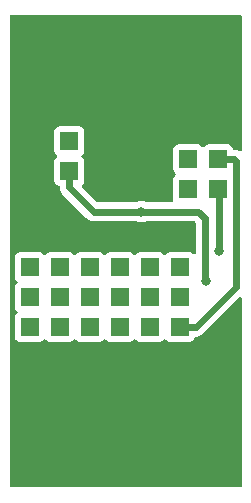
<source format=gbr>
%TF.GenerationSoftware,KiCad,Pcbnew,7.0.7-7.0.7~ubuntu23.04.1*%
%TF.CreationDate,2023-09-17T09:29:20+00:00*%
%TF.ProjectId,I2CHUB01,49324348-5542-4303-912e-6b696361645f,rev?*%
%TF.SameCoordinates,Original*%
%TF.FileFunction,Copper,L1,Top*%
%TF.FilePolarity,Positive*%
%FSLAX46Y46*%
G04 Gerber Fmt 4.6, Leading zero omitted, Abs format (unit mm)*
G04 Created by KiCad (PCBNEW 7.0.7-7.0.7~ubuntu23.04.1) date 2023-09-17 09:29:20*
%MOMM*%
%LPD*%
G01*
G04 APERTURE LIST*
%TA.AperFunction,ComponentPad*%
%ADD10R,1.524000X1.524000*%
%TD*%
%TA.AperFunction,ComponentPad*%
%ADD11C,6.000000*%
%TD*%
%TA.AperFunction,ViaPad*%
%ADD12C,0.800000*%
%TD*%
%TA.AperFunction,Conductor*%
%ADD13C,0.600000*%
%TD*%
G04 APERTURE END LIST*
D10*
%TO.P,J1,1*%
%TO.N,GND*%
X2857500Y27114500D03*
%TO.P,J1,2*%
X2857500Y29654500D03*
%TO.P,J1,3*%
%TO.N,VCC*%
X5397500Y27114500D03*
%TO.P,J1,4*%
X5397500Y29654500D03*
%TO.P,J1,5*%
%TO.N,GND*%
X7937500Y27114500D03*
%TO.P,J1,6*%
X7937500Y29654500D03*
%TD*%
%TO.P,J2,1*%
%TO.N,GND*%
X12192000Y21526500D03*
%TO.P,J2,2*%
X14732000Y21526500D03*
%TO.P,J2,3*%
%TO.N,/SCL*%
X12192000Y18986500D03*
%TO.P,J2,4*%
X14732000Y18986500D03*
%TO.P,J2,5*%
%TO.N,VCC*%
X12192000Y16446500D03*
%TO.P,J2,6*%
X14732000Y16446500D03*
%TO.P,J2,7*%
%TO.N,/SDA*%
X12192000Y13906500D03*
%TO.P,J2,8*%
X14732000Y13906500D03*
%TO.P,J2,9*%
%TO.N,GND*%
X12192000Y11366500D03*
%TO.P,J2,10*%
X14732000Y11366500D03*
%TD*%
%TO.P,J3,1*%
%TO.N,GND*%
X7112000Y21526500D03*
%TO.P,J3,2*%
X9652000Y21526500D03*
%TO.P,J3,3*%
%TO.N,/SCL*%
X7112000Y18986500D03*
%TO.P,J3,4*%
X9652000Y18986500D03*
%TO.P,J3,5*%
%TO.N,VCC*%
X7112000Y16446500D03*
%TO.P,J3,6*%
X9652000Y16446500D03*
%TO.P,J3,7*%
%TO.N,/SDA*%
X7112000Y13906500D03*
%TO.P,J3,8*%
X9652000Y13906500D03*
%TO.P,J3,9*%
%TO.N,GND*%
X7112000Y11366500D03*
%TO.P,J3,10*%
X9652000Y11366500D03*
%TD*%
%TO.P,J4,1*%
%TO.N,GND*%
X2032000Y21526500D03*
%TO.P,J4,2*%
X4572000Y21526500D03*
%TO.P,J4,3*%
%TO.N,/SCL*%
X2032000Y18986500D03*
%TO.P,J4,4*%
X4572000Y18986500D03*
%TO.P,J4,5*%
%TO.N,VCC*%
X2032000Y16446500D03*
%TO.P,J4,6*%
X4572000Y16446500D03*
%TO.P,J4,7*%
%TO.N,/SDA*%
X2032000Y13906500D03*
%TO.P,J4,8*%
X4572000Y13906500D03*
%TO.P,J4,9*%
%TO.N,GND*%
X2032000Y11366500D03*
%TO.P,J4,10*%
X4572000Y11366500D03*
%TD*%
%TO.P,J5,1*%
%TO.N,Net-(J5-Pad1)*%
X15430500Y28130500D03*
%TO.P,J5,2*%
%TO.N,/SDA*%
X17970500Y28130500D03*
%TD*%
%TO.P,J6,1*%
%TO.N,Net-(J6-Pad1)*%
X15430500Y25590500D03*
%TO.P,J6,2*%
%TO.N,/SCL*%
X17970500Y25590500D03*
%TD*%
D11*
%TO.P,M1,1*%
%TO.N,GND*%
X5080000Y35560000D03*
%TD*%
%TO.P,M2,1*%
%TO.N,GND*%
X15240000Y35560000D03*
%TD*%
%TO.P,M3,1*%
%TO.N,GND*%
X15240000Y5080000D03*
%TD*%
%TO.P,M4,1*%
%TO.N,GND*%
X5080000Y5080000D03*
%TD*%
D12*
%TO.N,VCC*%
X16954500Y17780000D03*
X11493500Y23685500D03*
X11493500Y23685500D03*
%TO.N,/SCL*%
X18034000Y20383500D03*
%TD*%
D13*
%TO.N,VCC*%
X14997002Y23685500D02*
X16319500Y23685500D01*
X16891000Y17843500D02*
X16954500Y17780000D01*
X11493500Y23685500D02*
X14997002Y23685500D01*
X16891000Y23114000D02*
X16891000Y17843500D01*
X16319500Y23685500D02*
X16891000Y23114000D01*
X5397500Y25752500D02*
X5397500Y27114500D01*
X7464500Y23685500D02*
X5397500Y25752500D01*
X11493500Y23685500D02*
X7464500Y23685500D01*
%TO.N,/SCL*%
X17907000Y25527000D02*
X17970500Y25590500D01*
X18034000Y25527000D02*
X17970500Y25590500D01*
X18034000Y20383500D02*
X18034000Y25527000D01*
%TO.N,/SDA*%
X19494500Y17307000D02*
X16094000Y13906500D01*
X19494500Y27968500D02*
X19494500Y17307000D01*
X19332500Y28130500D02*
X19494500Y27968500D01*
X16094000Y13906500D02*
X14732000Y13906500D01*
X17970500Y28130500D02*
X19332500Y28130500D01*
%TD*%
%TA.AperFunction,Conductor*%
%TO.N,GND*%
G36*
X19932621Y40290498D02*
G01*
X19979114Y40236842D01*
X19990500Y40184500D01*
X19990500Y28901514D01*
X19970498Y28833393D01*
X19916842Y28786900D01*
X19846568Y28776796D01*
X19785938Y28803005D01*
X19765370Y28819409D01*
X19727380Y28837702D01*
X19721203Y28841118D01*
X19715849Y28844481D01*
X19685515Y28863543D01*
X19645717Y28877467D01*
X19639204Y28880165D01*
X19601220Y28898459D01*
X19560123Y28907838D01*
X19553343Y28909791D01*
X19513547Y28923717D01*
X19471645Y28928437D01*
X19464709Y28929615D01*
X19423597Y28939000D01*
X19423593Y28939000D01*
X19345359Y28939000D01*
X19277238Y28959002D01*
X19230745Y29012658D01*
X19227304Y29020966D01*
X19211775Y29062598D01*
X19183389Y29138704D01*
X19095761Y29255761D01*
X18978704Y29343389D01*
X18841701Y29394489D01*
X18841699Y29394489D01*
X18841696Y29394490D01*
X18781149Y29400999D01*
X18781145Y29400999D01*
X18781138Y29401000D01*
X17159862Y29401000D01*
X17159855Y29400999D01*
X17159850Y29400999D01*
X17099303Y29394490D01*
X17099295Y29394488D01*
X17021375Y29365424D01*
X16962296Y29343389D01*
X16962294Y29343388D01*
X16962292Y29343387D01*
X16845238Y29255761D01*
X16801368Y29197157D01*
X16744532Y29154610D01*
X16673716Y29149546D01*
X16611404Y29183571D01*
X16599632Y29197157D01*
X16555761Y29255761D01*
X16438707Y29343387D01*
X16438706Y29343387D01*
X16438704Y29343389D01*
X16301701Y29394489D01*
X16301699Y29394489D01*
X16301696Y29394490D01*
X16241149Y29400999D01*
X16241145Y29400999D01*
X16241138Y29401000D01*
X14619862Y29401000D01*
X14619855Y29400999D01*
X14619850Y29400999D01*
X14559303Y29394490D01*
X14559295Y29394488D01*
X14481375Y29365424D01*
X14422296Y29343389D01*
X14422294Y29343388D01*
X14422292Y29343387D01*
X14305238Y29255761D01*
X14217612Y29138707D01*
X14217610Y29138702D01*
X14166511Y29001704D01*
X14166509Y29001696D01*
X14160000Y28941149D01*
X14160000Y27319850D01*
X14166509Y27259303D01*
X14166511Y27259295D01*
X14217610Y27122297D01*
X14217612Y27122292D01*
X14305239Y27005238D01*
X14363843Y26961367D01*
X14406389Y26904531D01*
X14411453Y26833716D01*
X14377428Y26771404D01*
X14363843Y26759633D01*
X14305239Y26715761D01*
X14217612Y26598707D01*
X14217610Y26598702D01*
X14166511Y26461704D01*
X14166509Y26461696D01*
X14160000Y26401149D01*
X14160000Y24779850D01*
X14166509Y24719303D01*
X14166511Y24719295D01*
X14187124Y24664033D01*
X14192190Y24593217D01*
X14158165Y24530905D01*
X14095853Y24496880D01*
X14069069Y24494000D01*
X11937994Y24494000D01*
X11886745Y24504893D01*
X11879303Y24508206D01*
X11775788Y24554294D01*
X11588987Y24594000D01*
X11398013Y24594000D01*
X11211212Y24554294D01*
X11120714Y24514002D01*
X11100255Y24504893D01*
X11049006Y24494000D01*
X7851581Y24494000D01*
X7783460Y24514002D01*
X7762486Y24530905D01*
X7513529Y24779862D01*
X6500560Y25792830D01*
X6466537Y25855140D01*
X6471601Y25925955D01*
X6514148Y25982791D01*
X6522761Y25989238D01*
X6610387Y26106292D01*
X6610389Y26106297D01*
X6661488Y26243295D01*
X6661490Y26243303D01*
X6667999Y26303850D01*
X6668000Y26303867D01*
X6668000Y27925132D01*
X6667999Y27925149D01*
X6661490Y27985696D01*
X6661488Y27985704D01*
X6617310Y28104147D01*
X6610389Y28122704D01*
X6558011Y28192672D01*
X6522761Y28239761D01*
X6464157Y28283632D01*
X6421610Y28340468D01*
X6416546Y28411284D01*
X6450571Y28473596D01*
X6464157Y28485368D01*
X6522761Y28529238D01*
X6610387Y28646292D01*
X6610389Y28646297D01*
X6661488Y28783295D01*
X6661490Y28783303D01*
X6667999Y28843850D01*
X6668000Y28843867D01*
X6668000Y30465132D01*
X6667999Y30465149D01*
X6661490Y30525696D01*
X6661488Y30525704D01*
X6654460Y30544545D01*
X6610389Y30662704D01*
X6522761Y30779761D01*
X6405704Y30867389D01*
X6268701Y30918489D01*
X6268699Y30918489D01*
X6268696Y30918490D01*
X6208149Y30924999D01*
X6208145Y30924999D01*
X6208138Y30925000D01*
X4586862Y30925000D01*
X4586855Y30924999D01*
X4586850Y30924999D01*
X4526303Y30918490D01*
X4526295Y30918488D01*
X4448375Y30889424D01*
X4389296Y30867389D01*
X4389294Y30867388D01*
X4389292Y30867387D01*
X4272238Y30779761D01*
X4184612Y30662707D01*
X4184610Y30662702D01*
X4133511Y30525704D01*
X4133509Y30525696D01*
X4127000Y30465149D01*
X4127000Y28843850D01*
X4133509Y28783303D01*
X4133511Y28783295D01*
X4184610Y28646297D01*
X4184612Y28646292D01*
X4272239Y28529238D01*
X4330843Y28485367D01*
X4373389Y28428531D01*
X4378453Y28357716D01*
X4344428Y28295404D01*
X4330843Y28283633D01*
X4272239Y28239761D01*
X4184612Y28122707D01*
X4184610Y28122702D01*
X4133511Y27985704D01*
X4133509Y27985696D01*
X4127000Y27925149D01*
X4127000Y26303850D01*
X4133509Y26243303D01*
X4133511Y26243295D01*
X4184610Y26106297D01*
X4184612Y26106292D01*
X4272238Y25989238D01*
X4389292Y25901612D01*
X4389295Y25901611D01*
X4507034Y25857696D01*
X4563869Y25815149D01*
X4588679Y25748629D01*
X4589000Y25739641D01*
X4589000Y25661401D01*
X4598378Y25620311D01*
X4599563Y25613342D01*
X4604282Y25571453D01*
X4618204Y25531665D01*
X4620160Y25524875D01*
X4629539Y25483783D01*
X4629540Y25483782D01*
X4647831Y25445798D01*
X4650535Y25439269D01*
X4664457Y25399483D01*
X4686883Y25363792D01*
X4690302Y25357605D01*
X4708590Y25319629D01*
X4734876Y25286669D01*
X4738966Y25280904D01*
X4761389Y25245219D01*
X4793697Y25212911D01*
X6828387Y23178221D01*
X6828389Y23178219D01*
X6892805Y23113802D01*
X6957221Y23049386D01*
X6992914Y23026958D01*
X6998677Y23022869D01*
X7031630Y22996591D01*
X7069608Y22978301D01*
X7075795Y22974882D01*
X7111483Y22952457D01*
X7151271Y22938534D01*
X7157800Y22935830D01*
X7171557Y22929205D01*
X7195779Y22917541D01*
X7195782Y22917540D01*
X7195783Y22917540D01*
X7236876Y22908160D01*
X7243666Y22906203D01*
X7283443Y22892285D01*
X7283453Y22892282D01*
X7325344Y22887561D01*
X7332310Y22886378D01*
X7373403Y22877000D01*
X7419094Y22877000D01*
X11049006Y22877000D01*
X11100255Y22866107D01*
X11211211Y22816706D01*
X11398013Y22777000D01*
X11588987Y22777000D01*
X11775788Y22816706D01*
X11886745Y22866107D01*
X11937994Y22877000D01*
X14951596Y22877000D01*
X15932417Y22877000D01*
X16000538Y22856998D01*
X16021516Y22840092D01*
X16045598Y22816008D01*
X16079621Y22753694D01*
X16082499Y22726916D01*
X16082499Y20189447D01*
X16062497Y20121326D01*
X16008841Y20074833D01*
X15938567Y20064729D01*
X15873987Y20094223D01*
X15863018Y20106004D01*
X15857263Y20111759D01*
X15857262Y20111760D01*
X15857261Y20111761D01*
X15740204Y20199389D01*
X15603201Y20250489D01*
X15603199Y20250489D01*
X15603196Y20250490D01*
X15542649Y20256999D01*
X15542645Y20256999D01*
X15542638Y20257000D01*
X13921362Y20257000D01*
X13921355Y20256999D01*
X13921350Y20256999D01*
X13860803Y20250490D01*
X13860795Y20250488D01*
X13782875Y20221424D01*
X13723796Y20199389D01*
X13723794Y20199388D01*
X13723792Y20199387D01*
X13606738Y20111761D01*
X13562868Y20053157D01*
X13506032Y20010610D01*
X13435216Y20005546D01*
X13372904Y20039571D01*
X13361132Y20053157D01*
X13317261Y20111761D01*
X13200207Y20199387D01*
X13200206Y20199387D01*
X13200204Y20199389D01*
X13063201Y20250489D01*
X13063199Y20250489D01*
X13063196Y20250490D01*
X13002649Y20256999D01*
X13002645Y20256999D01*
X13002638Y20257000D01*
X11381362Y20257000D01*
X11381355Y20256999D01*
X11381350Y20256999D01*
X11320803Y20250490D01*
X11320795Y20250488D01*
X11242875Y20221424D01*
X11183796Y20199389D01*
X11183794Y20199388D01*
X11183792Y20199387D01*
X11066737Y20111760D01*
X11022866Y20053156D01*
X10966030Y20010610D01*
X10895214Y20005546D01*
X10832902Y20039572D01*
X10821132Y20053156D01*
X10777261Y20111761D01*
X10660204Y20199389D01*
X10523201Y20250489D01*
X10523199Y20250489D01*
X10523196Y20250490D01*
X10462649Y20256999D01*
X10462645Y20256999D01*
X10462638Y20257000D01*
X8841362Y20257000D01*
X8841355Y20256999D01*
X8841350Y20256999D01*
X8780803Y20250490D01*
X8780795Y20250488D01*
X8702875Y20221424D01*
X8643796Y20199389D01*
X8643794Y20199388D01*
X8643792Y20199387D01*
X8526738Y20111761D01*
X8482868Y20053157D01*
X8426032Y20010610D01*
X8355216Y20005546D01*
X8292904Y20039571D01*
X8281132Y20053157D01*
X8237261Y20111761D01*
X8120207Y20199387D01*
X8120206Y20199387D01*
X8120204Y20199389D01*
X7983201Y20250489D01*
X7983199Y20250489D01*
X7983196Y20250490D01*
X7922649Y20256999D01*
X7922645Y20256999D01*
X7922638Y20257000D01*
X6301362Y20257000D01*
X6301355Y20256999D01*
X6301350Y20256999D01*
X6240803Y20250490D01*
X6240795Y20250488D01*
X6162875Y20221424D01*
X6103796Y20199389D01*
X6103794Y20199388D01*
X6103792Y20199387D01*
X5986738Y20111761D01*
X5942868Y20053157D01*
X5886032Y20010610D01*
X5815216Y20005546D01*
X5752904Y20039571D01*
X5741132Y20053157D01*
X5697261Y20111761D01*
X5580207Y20199387D01*
X5580206Y20199387D01*
X5580204Y20199389D01*
X5443201Y20250489D01*
X5443199Y20250489D01*
X5443196Y20250490D01*
X5382649Y20256999D01*
X5382645Y20256999D01*
X5382638Y20257000D01*
X3761362Y20257000D01*
X3761355Y20256999D01*
X3761350Y20256999D01*
X3700803Y20250490D01*
X3700795Y20250488D01*
X3622875Y20221424D01*
X3563796Y20199389D01*
X3563794Y20199388D01*
X3563792Y20199387D01*
X3446738Y20111761D01*
X3402868Y20053157D01*
X3346032Y20010610D01*
X3275216Y20005546D01*
X3212904Y20039571D01*
X3201132Y20053157D01*
X3157261Y20111761D01*
X3040207Y20199387D01*
X3040206Y20199387D01*
X3040204Y20199389D01*
X2903201Y20250489D01*
X2903199Y20250489D01*
X2903196Y20250490D01*
X2842649Y20256999D01*
X2842645Y20256999D01*
X2842638Y20257000D01*
X1221362Y20257000D01*
X1221355Y20256999D01*
X1221350Y20256999D01*
X1160803Y20250490D01*
X1160795Y20250488D01*
X1082875Y20221424D01*
X1023796Y20199389D01*
X1023794Y20199388D01*
X1023792Y20199387D01*
X906738Y20111761D01*
X819112Y19994707D01*
X819110Y19994702D01*
X768011Y19857704D01*
X768009Y19857696D01*
X761500Y19797149D01*
X761500Y18175850D01*
X768009Y18115303D01*
X768011Y18115295D01*
X819110Y17978297D01*
X819112Y17978292D01*
X906739Y17861238D01*
X965343Y17817367D01*
X1007889Y17760531D01*
X1012953Y17689716D01*
X978928Y17627404D01*
X965343Y17615633D01*
X906739Y17571761D01*
X819112Y17454707D01*
X819110Y17454702D01*
X768011Y17317704D01*
X768009Y17317696D01*
X761500Y17257149D01*
X761500Y15635850D01*
X768009Y15575303D01*
X768011Y15575295D01*
X819110Y15438297D01*
X819112Y15438292D01*
X906739Y15321238D01*
X965343Y15277367D01*
X1007889Y15220531D01*
X1012953Y15149716D01*
X978928Y15087404D01*
X965343Y15075633D01*
X906739Y15031761D01*
X819112Y14914707D01*
X819110Y14914702D01*
X768011Y14777704D01*
X768009Y14777696D01*
X761500Y14717149D01*
X761500Y13095850D01*
X768009Y13035303D01*
X768011Y13035295D01*
X819110Y12898297D01*
X819112Y12898292D01*
X906738Y12781238D01*
X1023792Y12693612D01*
X1023797Y12693610D01*
X1160795Y12642511D01*
X1160803Y12642509D01*
X1221350Y12636000D01*
X1221362Y12636000D01*
X2842649Y12636000D01*
X2903196Y12642509D01*
X2903204Y12642511D01*
X3040202Y12693610D01*
X3040207Y12693612D01*
X3157261Y12781239D01*
X3201133Y12839843D01*
X3257969Y12882389D01*
X3328784Y12887453D01*
X3391096Y12853428D01*
X3402867Y12839843D01*
X3446738Y12781239D01*
X3563792Y12693612D01*
X3563797Y12693610D01*
X3700795Y12642511D01*
X3700803Y12642509D01*
X3761350Y12636000D01*
X3761362Y12636000D01*
X5382649Y12636000D01*
X5443196Y12642509D01*
X5443204Y12642511D01*
X5580202Y12693610D01*
X5580207Y12693612D01*
X5697261Y12781239D01*
X5741133Y12839843D01*
X5797969Y12882389D01*
X5868784Y12887453D01*
X5931096Y12853428D01*
X5942867Y12839843D01*
X5986738Y12781239D01*
X6103792Y12693612D01*
X6103797Y12693610D01*
X6240795Y12642511D01*
X6240803Y12642509D01*
X6301350Y12636000D01*
X6301362Y12636000D01*
X7922649Y12636000D01*
X7983196Y12642509D01*
X7983204Y12642511D01*
X8120202Y12693610D01*
X8120207Y12693612D01*
X8237261Y12781239D01*
X8281133Y12839843D01*
X8337969Y12882389D01*
X8408784Y12887453D01*
X8471096Y12853428D01*
X8482867Y12839843D01*
X8526738Y12781239D01*
X8643792Y12693612D01*
X8643797Y12693610D01*
X8780795Y12642511D01*
X8780803Y12642509D01*
X8841350Y12636000D01*
X8841362Y12636000D01*
X10462649Y12636000D01*
X10523196Y12642509D01*
X10523204Y12642511D01*
X10660202Y12693610D01*
X10660207Y12693612D01*
X10777261Y12781239D01*
X10821133Y12839843D01*
X10877969Y12882389D01*
X10948784Y12887453D01*
X11011096Y12853428D01*
X11022867Y12839843D01*
X11066738Y12781239D01*
X11183792Y12693612D01*
X11183797Y12693610D01*
X11320795Y12642511D01*
X11320803Y12642509D01*
X11381350Y12636000D01*
X11381362Y12636000D01*
X13002649Y12636000D01*
X13063196Y12642509D01*
X13063204Y12642511D01*
X13200202Y12693610D01*
X13200207Y12693612D01*
X13317261Y12781239D01*
X13361133Y12839843D01*
X13417969Y12882389D01*
X13488784Y12887453D01*
X13551096Y12853428D01*
X13562867Y12839843D01*
X13606738Y12781239D01*
X13723792Y12693612D01*
X13723797Y12693610D01*
X13860795Y12642511D01*
X13860803Y12642509D01*
X13921350Y12636000D01*
X13921362Y12636000D01*
X15542649Y12636000D01*
X15603196Y12642509D01*
X15603204Y12642511D01*
X15740202Y12693610D01*
X15740207Y12693612D01*
X15857261Y12781238D01*
X15944887Y12898292D01*
X15944888Y12898295D01*
X15944889Y12898296D01*
X15968341Y12961175D01*
X15988804Y13016034D01*
X16031351Y13072869D01*
X16097871Y13097679D01*
X16106859Y13098000D01*
X16185099Y13098000D01*
X16226187Y13107378D01*
X16233156Y13108562D01*
X16275046Y13113282D01*
X16275052Y13113284D01*
X16314830Y13127202D01*
X16321620Y13129159D01*
X16362717Y13138540D01*
X16362724Y13138542D01*
X16400698Y13156830D01*
X16407226Y13159534D01*
X16447015Y13173457D01*
X16482702Y13195880D01*
X16488890Y13199300D01*
X16526867Y13217589D01*
X16526871Y13217592D01*
X16559825Y13243872D01*
X16565591Y13247963D01*
X16601281Y13270389D01*
X16730111Y13399219D01*
X19775405Y16444512D01*
X19837717Y16478538D01*
X19908533Y16473473D01*
X19965368Y16430926D01*
X19990179Y16364406D01*
X19990500Y16355417D01*
X19990500Y455500D01*
X19970498Y387379D01*
X19916842Y340886D01*
X19864500Y329500D01*
X455500Y329500D01*
X387379Y349502D01*
X340886Y403158D01*
X329500Y455500D01*
X329500Y40184500D01*
X349502Y40252621D01*
X403158Y40299114D01*
X455500Y40310500D01*
X19864500Y40310500D01*
X19932621Y40290498D01*
G37*
%TD.AperFunction*%
%TD*%
M02*

</source>
